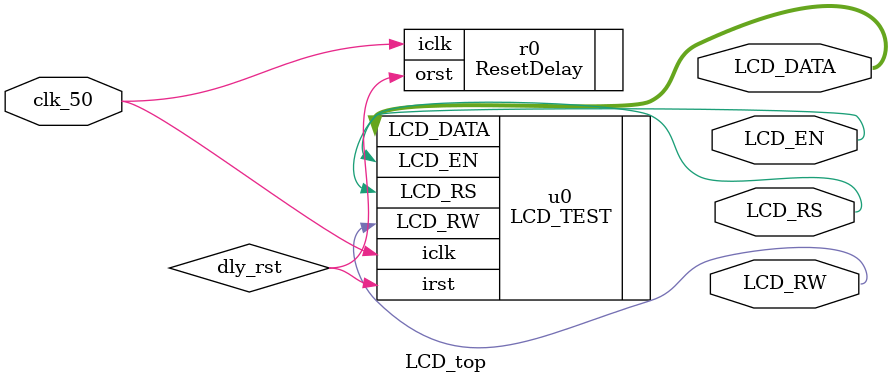
<source format=sv>
module LCD_top(clk_50, LCD_RW, LCD_EN, LCD_RS, LCD_DATA);

input			clk_50;		// тактовый сигнал 50 МГц
output			LCD_RW;		// выбор режима чтения / записи: 0 - чтение, 1 - запись
output			LCD_EN;		// LCD включён
output			LCD_RS;		// выбор режима команды / данные: 0 - команды, 1 - данные
output	[7:0]	LCD_DATA;	// шина данных 8-битная

wire			dly_rst;

//модуль задержки перезагрузки
ResetDelay r0 (.iclk(clk_50), .orst(dly_rst));

LCD_TEST u0 (
			//со стороны ПЛИС
			.iclk(clk_50),
			.irst(dly_rst),
			//со стороны LCD
			.LCD_DATA(LCD_DATA),
			.LCD_RW(LCD_RW),
			.LCD_EN(LCD_EN),
			.LCD_RS(LCD_RS)
				);

endmodule
</source>
